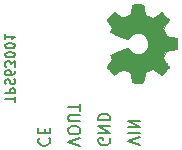
<source format=gbr>
%TF.GenerationSoftware,KiCad,Pcbnew,6.0.11-2627ca5db0~126~ubuntu20.04.1*%
%TF.CreationDate,2023-11-05T14:24:41-05:00*%
%TF.ProjectId,tps63001-slim,74707336-3330-4303-912d-736c696d2e6b,rev?*%
%TF.SameCoordinates,Original*%
%TF.FileFunction,Legend,Bot*%
%TF.FilePolarity,Positive*%
%FSLAX46Y46*%
G04 Gerber Fmt 4.6, Leading zero omitted, Abs format (unit mm)*
G04 Created by KiCad (PCBNEW 6.0.11-2627ca5db0~126~ubuntu20.04.1) date 2023-11-05 14:24:41*
%MOMM*%
%LPD*%
G01*
G04 APERTURE LIST*
%ADD10C,0.150000*%
%ADD11C,0.010000*%
G04 APERTURE END LIST*
D10*
X103629857Y-111642857D02*
X103582238Y-111690476D01*
X103534619Y-111833333D01*
X103534619Y-111928571D01*
X103582238Y-112071428D01*
X103677476Y-112166666D01*
X103772714Y-112214285D01*
X103963190Y-112261904D01*
X104106047Y-112261904D01*
X104296523Y-112214285D01*
X104391761Y-112166666D01*
X104487000Y-112071428D01*
X104534619Y-111928571D01*
X104534619Y-111833333D01*
X104487000Y-111690476D01*
X104439380Y-111642857D01*
X104058428Y-111214285D02*
X104058428Y-110880952D01*
X103534619Y-110738095D02*
X103534619Y-111214285D01*
X104534619Y-111214285D01*
X104534619Y-110738095D01*
X112154619Y-112195238D02*
X111154619Y-111861904D01*
X112154619Y-111528571D01*
X111154619Y-111195238D02*
X112154619Y-111195238D01*
X111154619Y-110719047D02*
X112154619Y-110719047D01*
X111154619Y-110147619D01*
X112154619Y-110147619D01*
X101530095Y-108578285D02*
X101530095Y-108121142D01*
X100730095Y-108349714D02*
X101530095Y-108349714D01*
X100730095Y-107854476D02*
X101530095Y-107854476D01*
X101530095Y-107549714D01*
X101492000Y-107473523D01*
X101453904Y-107435428D01*
X101377714Y-107397333D01*
X101263428Y-107397333D01*
X101187238Y-107435428D01*
X101149142Y-107473523D01*
X101111047Y-107549714D01*
X101111047Y-107854476D01*
X100768190Y-107092571D02*
X100730095Y-106978285D01*
X100730095Y-106787809D01*
X100768190Y-106711619D01*
X100806285Y-106673523D01*
X100882476Y-106635428D01*
X100958666Y-106635428D01*
X101034857Y-106673523D01*
X101072952Y-106711619D01*
X101111047Y-106787809D01*
X101149142Y-106940190D01*
X101187238Y-107016380D01*
X101225333Y-107054476D01*
X101301523Y-107092571D01*
X101377714Y-107092571D01*
X101453904Y-107054476D01*
X101492000Y-107016380D01*
X101530095Y-106940190D01*
X101530095Y-106749714D01*
X101492000Y-106635428D01*
X101530095Y-105949714D02*
X101530095Y-106102095D01*
X101492000Y-106178285D01*
X101453904Y-106216380D01*
X101339619Y-106292571D01*
X101187238Y-106330666D01*
X100882476Y-106330666D01*
X100806285Y-106292571D01*
X100768190Y-106254476D01*
X100730095Y-106178285D01*
X100730095Y-106025904D01*
X100768190Y-105949714D01*
X100806285Y-105911619D01*
X100882476Y-105873523D01*
X101072952Y-105873523D01*
X101149142Y-105911619D01*
X101187238Y-105949714D01*
X101225333Y-106025904D01*
X101225333Y-106178285D01*
X101187238Y-106254476D01*
X101149142Y-106292571D01*
X101072952Y-106330666D01*
X101530095Y-105606857D02*
X101530095Y-105111619D01*
X101225333Y-105378285D01*
X101225333Y-105264000D01*
X101187238Y-105187809D01*
X101149142Y-105149714D01*
X101072952Y-105111619D01*
X100882476Y-105111619D01*
X100806285Y-105149714D01*
X100768190Y-105187809D01*
X100730095Y-105264000D01*
X100730095Y-105492571D01*
X100768190Y-105568761D01*
X100806285Y-105606857D01*
X101530095Y-104616380D02*
X101530095Y-104540190D01*
X101492000Y-104464000D01*
X101453904Y-104425904D01*
X101377714Y-104387809D01*
X101225333Y-104349714D01*
X101034857Y-104349714D01*
X100882476Y-104387809D01*
X100806285Y-104425904D01*
X100768190Y-104464000D01*
X100730095Y-104540190D01*
X100730095Y-104616380D01*
X100768190Y-104692571D01*
X100806285Y-104730666D01*
X100882476Y-104768761D01*
X101034857Y-104806857D01*
X101225333Y-104806857D01*
X101377714Y-104768761D01*
X101453904Y-104730666D01*
X101492000Y-104692571D01*
X101530095Y-104616380D01*
X101530095Y-103854476D02*
X101530095Y-103778285D01*
X101492000Y-103702095D01*
X101453904Y-103664000D01*
X101377714Y-103625904D01*
X101225333Y-103587809D01*
X101034857Y-103587809D01*
X100882476Y-103625904D01*
X100806285Y-103664000D01*
X100768190Y-103702095D01*
X100730095Y-103778285D01*
X100730095Y-103854476D01*
X100768190Y-103930666D01*
X100806285Y-103968761D01*
X100882476Y-104006857D01*
X101034857Y-104044952D01*
X101225333Y-104044952D01*
X101377714Y-104006857D01*
X101453904Y-103968761D01*
X101492000Y-103930666D01*
X101530095Y-103854476D01*
X100730095Y-102825904D02*
X100730095Y-103283047D01*
X100730095Y-103054476D02*
X101530095Y-103054476D01*
X101415809Y-103130666D01*
X101339619Y-103206857D01*
X101301523Y-103283047D01*
X109567000Y-111661904D02*
X109614619Y-111757142D01*
X109614619Y-111900000D01*
X109567000Y-112042857D01*
X109471761Y-112138095D01*
X109376523Y-112185714D01*
X109186047Y-112233333D01*
X109043190Y-112233333D01*
X108852714Y-112185714D01*
X108757476Y-112138095D01*
X108662238Y-112042857D01*
X108614619Y-111900000D01*
X108614619Y-111804761D01*
X108662238Y-111661904D01*
X108709857Y-111614285D01*
X109043190Y-111614285D01*
X109043190Y-111804761D01*
X108614619Y-111185714D02*
X109614619Y-111185714D01*
X108614619Y-110614285D01*
X109614619Y-110614285D01*
X108614619Y-110138095D02*
X109614619Y-110138095D01*
X109614619Y-109900000D01*
X109567000Y-109757142D01*
X109471761Y-109661904D01*
X109376523Y-109614285D01*
X109186047Y-109566666D01*
X109043190Y-109566666D01*
X108852714Y-109614285D01*
X108757476Y-109661904D01*
X108662238Y-109757142D01*
X108614619Y-109900000D01*
X108614619Y-110138095D01*
X107074619Y-112261904D02*
X106074619Y-111928571D01*
X107074619Y-111595238D01*
X107074619Y-111071428D02*
X107074619Y-110880952D01*
X107027000Y-110785714D01*
X106931761Y-110690476D01*
X106741285Y-110642857D01*
X106407952Y-110642857D01*
X106217476Y-110690476D01*
X106122238Y-110785714D01*
X106074619Y-110880952D01*
X106074619Y-111071428D01*
X106122238Y-111166666D01*
X106217476Y-111261904D01*
X106407952Y-111309523D01*
X106741285Y-111309523D01*
X106931761Y-111261904D01*
X107027000Y-111166666D01*
X107074619Y-111071428D01*
X107074619Y-110214285D02*
X106265095Y-110214285D01*
X106169857Y-110166666D01*
X106122238Y-110119047D01*
X106074619Y-110023809D01*
X106074619Y-109833333D01*
X106122238Y-109738095D01*
X106169857Y-109690476D01*
X106265095Y-109642857D01*
X107074619Y-109642857D01*
X107074619Y-109309523D02*
X107074619Y-108738095D01*
X106074619Y-109023809D02*
X107074619Y-109023809D01*
%TO.C,REF\u002A\u002A*%
G36*
X112047713Y-100311782D02*
G01*
X112155974Y-100313636D01*
X112252892Y-100317030D01*
X112332041Y-100321967D01*
X112386994Y-100328452D01*
X112411326Y-100336489D01*
X112414921Y-100344696D01*
X112426252Y-100385519D01*
X112442278Y-100454524D01*
X112461805Y-100546203D01*
X112483638Y-100655050D01*
X112506582Y-100775558D01*
X112518841Y-100841357D01*
X112540099Y-100954135D01*
X112558713Y-101051207D01*
X112573672Y-101127382D01*
X112583964Y-101177469D01*
X112588578Y-101196276D01*
X112589529Y-101196983D01*
X112613690Y-101208961D01*
X112664306Y-101231794D01*
X112734662Y-101262630D01*
X112818042Y-101298613D01*
X112907730Y-101336891D01*
X112997011Y-101374609D01*
X113079168Y-101408913D01*
X113147487Y-101436949D01*
X113195252Y-101455864D01*
X113215746Y-101462803D01*
X113222957Y-101459742D01*
X113257272Y-101439372D01*
X113315030Y-101402422D01*
X113391701Y-101351860D01*
X113482752Y-101290657D01*
X113583650Y-101221781D01*
X113638907Y-101183994D01*
X113735785Y-101118782D01*
X113820807Y-101062871D01*
X113889338Y-101019241D01*
X113936740Y-100990877D01*
X113958377Y-100980759D01*
X113970113Y-100987790D01*
X114005182Y-101017197D01*
X114058255Y-101065441D01*
X114124836Y-101128093D01*
X114200426Y-101200725D01*
X114280528Y-101278908D01*
X114360646Y-101358214D01*
X114436282Y-101434213D01*
X114502938Y-101502478D01*
X114556118Y-101558580D01*
X114591324Y-101598090D01*
X114604058Y-101616579D01*
X114599107Y-101626843D01*
X114576143Y-101664530D01*
X114537062Y-101725348D01*
X114484728Y-101804913D01*
X114422004Y-101898843D01*
X114351754Y-102002754D01*
X114099449Y-102373794D01*
X114226947Y-102683080D01*
X114354445Y-102992365D01*
X114799069Y-103076186D01*
X115243693Y-103160006D01*
X115243693Y-104085454D01*
X114799069Y-104169275D01*
X114354445Y-104253095D01*
X114099449Y-104871667D01*
X114351754Y-105242707D01*
X114401494Y-105316144D01*
X114466782Y-105413499D01*
X114522546Y-105497787D01*
X114565922Y-105564631D01*
X114594047Y-105609654D01*
X114604058Y-105628478D01*
X114596939Y-105640039D01*
X114567106Y-105674596D01*
X114518148Y-105726894D01*
X114454560Y-105792500D01*
X114380837Y-105866983D01*
X114301475Y-105945913D01*
X114220969Y-106024856D01*
X114143815Y-106099384D01*
X114074507Y-106165063D01*
X114017543Y-106217463D01*
X113977416Y-106252153D01*
X113958623Y-106264701D01*
X113950549Y-106261782D01*
X113914531Y-106241571D01*
X113855256Y-106204663D01*
X113777370Y-106154050D01*
X113685519Y-106092725D01*
X113584350Y-106023679D01*
X113529174Y-105985787D01*
X113433116Y-105920606D01*
X113349283Y-105864723D01*
X113282223Y-105821117D01*
X113236481Y-105792769D01*
X113216604Y-105782657D01*
X113215503Y-105782823D01*
X113190306Y-105791743D01*
X113138853Y-105812206D01*
X113067865Y-105841360D01*
X112984065Y-105876353D01*
X112894172Y-105914332D01*
X112804909Y-105952445D01*
X112722997Y-105987839D01*
X112655157Y-106017662D01*
X112608110Y-106039061D01*
X112588578Y-106049184D01*
X112586845Y-106055174D01*
X112579031Y-106091566D01*
X112566085Y-106156427D01*
X112549021Y-106244565D01*
X112528849Y-106350787D01*
X112506582Y-106469902D01*
X112494777Y-106532683D01*
X112472252Y-106647912D01*
X112451450Y-106748662D01*
X112433565Y-106829426D01*
X112419792Y-106884698D01*
X112411326Y-106908971D01*
X112402934Y-106913331D01*
X112361928Y-106920563D01*
X112293632Y-106926246D01*
X112204471Y-106930382D01*
X112100872Y-106932977D01*
X111989260Y-106934036D01*
X111876062Y-106933561D01*
X111767704Y-106931559D01*
X111670611Y-106928033D01*
X111591210Y-106922987D01*
X111535928Y-106916427D01*
X111511190Y-106908356D01*
X111508400Y-106903458D01*
X111496431Y-106866930D01*
X111480595Y-106803565D01*
X111462626Y-106720686D01*
X111444259Y-106625618D01*
X111438409Y-106593542D01*
X111411202Y-106445393D01*
X111389337Y-106328961D01*
X111371907Y-106240209D01*
X111358004Y-106175103D01*
X111346723Y-106129606D01*
X111337157Y-106099682D01*
X111328399Y-106081294D01*
X111319543Y-106070407D01*
X111318057Y-106069142D01*
X111287069Y-106051338D01*
X111230366Y-106024994D01*
X111154601Y-105992661D01*
X111066426Y-105956893D01*
X110972493Y-105920244D01*
X110879453Y-105885266D01*
X110793959Y-105854513D01*
X110722664Y-105830538D01*
X110672218Y-105815895D01*
X110649274Y-105813136D01*
X110646297Y-105814981D01*
X110617507Y-105834075D01*
X110564405Y-105869984D01*
X110491883Y-105919378D01*
X110404833Y-105978927D01*
X110308146Y-106045303D01*
X110281544Y-106063520D01*
X110186125Y-106127577D01*
X110100788Y-106182937D01*
X110030595Y-106226439D01*
X109980606Y-106254924D01*
X109955884Y-106265232D01*
X109949384Y-106263011D01*
X109917356Y-106239858D01*
X109865055Y-106194177D01*
X109796001Y-106129241D01*
X109713714Y-106048319D01*
X109621714Y-105954685D01*
X109570219Y-105901165D01*
X109490017Y-105816542D01*
X109421322Y-105742475D01*
X109367748Y-105682941D01*
X109332915Y-105641917D01*
X109320437Y-105623381D01*
X109325062Y-105610646D01*
X109346943Y-105571436D01*
X109382727Y-105514495D01*
X109427883Y-105447250D01*
X109460835Y-105399438D01*
X109526273Y-105303985D01*
X109595772Y-105202125D01*
X109658925Y-105109088D01*
X109782200Y-104926832D01*
X109699480Y-104773841D01*
X109680387Y-104737817D01*
X109647728Y-104672303D01*
X109625181Y-104621640D01*
X109616774Y-104594564D01*
X109627570Y-104585703D01*
X109668677Y-104563699D01*
X109736451Y-104531199D01*
X109826591Y-104490010D01*
X109934795Y-104441942D01*
X110056763Y-104388802D01*
X110188192Y-104332399D01*
X110324782Y-104274542D01*
X110462233Y-104217038D01*
X110596242Y-104161697D01*
X110722509Y-104110326D01*
X110836732Y-104064735D01*
X110934610Y-104026732D01*
X111011843Y-103998124D01*
X111064129Y-103980721D01*
X111087167Y-103976331D01*
X111087840Y-103976628D01*
X111109137Y-103997077D01*
X111142492Y-104039850D01*
X111180989Y-104096117D01*
X111192744Y-104113877D01*
X111304265Y-104249014D01*
X111437094Y-104360856D01*
X111585702Y-104446755D01*
X111744560Y-104504062D01*
X111908140Y-104530131D01*
X112070912Y-104522313D01*
X112215685Y-104490644D01*
X112361876Y-104433782D01*
X112492297Y-104350888D01*
X112616187Y-104237131D01*
X112655765Y-104192433D01*
X112753277Y-104047935D01*
X112818950Y-103891838D01*
X112853370Y-103728667D01*
X112857126Y-103562943D01*
X112830806Y-103399192D01*
X112774997Y-103241936D01*
X112690286Y-103095698D01*
X112577263Y-102965004D01*
X112436513Y-102854374D01*
X112401658Y-102833105D01*
X112242345Y-102760810D01*
X112076448Y-102722415D01*
X111908263Y-102716914D01*
X111742087Y-102743301D01*
X111582216Y-102800570D01*
X111432947Y-102887717D01*
X111298577Y-103003736D01*
X111183401Y-103147622D01*
X111180298Y-103152294D01*
X111141067Y-103207964D01*
X111107714Y-103249689D01*
X111087167Y-103268746D01*
X111071059Y-103266342D01*
X111024156Y-103251391D01*
X110951461Y-103224881D01*
X110857275Y-103188620D01*
X110745902Y-103144416D01*
X110621642Y-103094076D01*
X110488798Y-103039407D01*
X110351673Y-102982218D01*
X110214568Y-102924316D01*
X110081785Y-102867510D01*
X109957626Y-102813606D01*
X109846394Y-102764412D01*
X109752391Y-102721737D01*
X109679918Y-102687387D01*
X109633278Y-102663171D01*
X109616774Y-102650897D01*
X109619009Y-102640689D01*
X109635074Y-102600586D01*
X109663241Y-102541318D01*
X109699480Y-102471619D01*
X109782200Y-102318629D01*
X109658925Y-102136373D01*
X109622421Y-102082527D01*
X109554216Y-101982374D01*
X109485902Y-101882525D01*
X109427883Y-101798211D01*
X109396264Y-101751679D01*
X109356980Y-101691200D01*
X109330088Y-101646357D01*
X109320117Y-101624455D01*
X109324350Y-101615045D01*
X109350279Y-101581031D01*
X109395930Y-101528595D01*
X109456814Y-101462301D01*
X109528439Y-101386713D01*
X109606317Y-101306396D01*
X109685955Y-101225913D01*
X109762865Y-101149829D01*
X109832555Y-101082707D01*
X109890536Y-101029112D01*
X109932316Y-100993608D01*
X109953407Y-100980759D01*
X109957419Y-100981500D01*
X109990080Y-100996793D01*
X110046588Y-101029462D01*
X110121837Y-101076350D01*
X110210725Y-101134301D01*
X110308146Y-101200157D01*
X110335018Y-101218627D01*
X110429577Y-101283482D01*
X110513173Y-101340609D01*
X110580916Y-101386678D01*
X110627914Y-101418359D01*
X110649274Y-101432324D01*
X110650189Y-101432668D01*
X110676322Y-101428546D01*
X110729260Y-101412807D01*
X110802353Y-101388004D01*
X110888948Y-101356689D01*
X110982392Y-101321417D01*
X111076035Y-101284740D01*
X111163223Y-101249212D01*
X111237305Y-101217386D01*
X111291629Y-101191816D01*
X111319543Y-101175053D01*
X111321276Y-101173374D01*
X111330044Y-101161372D01*
X111338885Y-101141103D01*
X111348708Y-101108529D01*
X111360417Y-101059616D01*
X111374920Y-100990327D01*
X111393124Y-100896625D01*
X111415934Y-100774476D01*
X111444259Y-100619842D01*
X111450220Y-100587770D01*
X111468648Y-100495893D01*
X111486108Y-100418607D01*
X111500867Y-100363236D01*
X111511190Y-100337105D01*
X111519803Y-100332733D01*
X111561174Y-100325445D01*
X111629759Y-100319669D01*
X111719132Y-100315410D01*
X111822865Y-100312673D01*
X111934535Y-100311462D01*
X112047713Y-100311782D01*
G37*
D11*
X112047713Y-100311782D02*
X112155974Y-100313636D01*
X112252892Y-100317030D01*
X112332041Y-100321967D01*
X112386994Y-100328452D01*
X112411326Y-100336489D01*
X112414921Y-100344696D01*
X112426252Y-100385519D01*
X112442278Y-100454524D01*
X112461805Y-100546203D01*
X112483638Y-100655050D01*
X112506582Y-100775558D01*
X112518841Y-100841357D01*
X112540099Y-100954135D01*
X112558713Y-101051207D01*
X112573672Y-101127382D01*
X112583964Y-101177469D01*
X112588578Y-101196276D01*
X112589529Y-101196983D01*
X112613690Y-101208961D01*
X112664306Y-101231794D01*
X112734662Y-101262630D01*
X112818042Y-101298613D01*
X112907730Y-101336891D01*
X112997011Y-101374609D01*
X113079168Y-101408913D01*
X113147487Y-101436949D01*
X113195252Y-101455864D01*
X113215746Y-101462803D01*
X113222957Y-101459742D01*
X113257272Y-101439372D01*
X113315030Y-101402422D01*
X113391701Y-101351860D01*
X113482752Y-101290657D01*
X113583650Y-101221781D01*
X113638907Y-101183994D01*
X113735785Y-101118782D01*
X113820807Y-101062871D01*
X113889338Y-101019241D01*
X113936740Y-100990877D01*
X113958377Y-100980759D01*
X113970113Y-100987790D01*
X114005182Y-101017197D01*
X114058255Y-101065441D01*
X114124836Y-101128093D01*
X114200426Y-101200725D01*
X114280528Y-101278908D01*
X114360646Y-101358214D01*
X114436282Y-101434213D01*
X114502938Y-101502478D01*
X114556118Y-101558580D01*
X114591324Y-101598090D01*
X114604058Y-101616579D01*
X114599107Y-101626843D01*
X114576143Y-101664530D01*
X114537062Y-101725348D01*
X114484728Y-101804913D01*
X114422004Y-101898843D01*
X114351754Y-102002754D01*
X114099449Y-102373794D01*
X114226947Y-102683080D01*
X114354445Y-102992365D01*
X114799069Y-103076186D01*
X115243693Y-103160006D01*
X115243693Y-104085454D01*
X114799069Y-104169275D01*
X114354445Y-104253095D01*
X114099449Y-104871667D01*
X114351754Y-105242707D01*
X114401494Y-105316144D01*
X114466782Y-105413499D01*
X114522546Y-105497787D01*
X114565922Y-105564631D01*
X114594047Y-105609654D01*
X114604058Y-105628478D01*
X114596939Y-105640039D01*
X114567106Y-105674596D01*
X114518148Y-105726894D01*
X114454560Y-105792500D01*
X114380837Y-105866983D01*
X114301475Y-105945913D01*
X114220969Y-106024856D01*
X114143815Y-106099384D01*
X114074507Y-106165063D01*
X114017543Y-106217463D01*
X113977416Y-106252153D01*
X113958623Y-106264701D01*
X113950549Y-106261782D01*
X113914531Y-106241571D01*
X113855256Y-106204663D01*
X113777370Y-106154050D01*
X113685519Y-106092725D01*
X113584350Y-106023679D01*
X113529174Y-105985787D01*
X113433116Y-105920606D01*
X113349283Y-105864723D01*
X113282223Y-105821117D01*
X113236481Y-105792769D01*
X113216604Y-105782657D01*
X113215503Y-105782823D01*
X113190306Y-105791743D01*
X113138853Y-105812206D01*
X113067865Y-105841360D01*
X112984065Y-105876353D01*
X112894172Y-105914332D01*
X112804909Y-105952445D01*
X112722997Y-105987839D01*
X112655157Y-106017662D01*
X112608110Y-106039061D01*
X112588578Y-106049184D01*
X112586845Y-106055174D01*
X112579031Y-106091566D01*
X112566085Y-106156427D01*
X112549021Y-106244565D01*
X112528849Y-106350787D01*
X112506582Y-106469902D01*
X112494777Y-106532683D01*
X112472252Y-106647912D01*
X112451450Y-106748662D01*
X112433565Y-106829426D01*
X112419792Y-106884698D01*
X112411326Y-106908971D01*
X112402934Y-106913331D01*
X112361928Y-106920563D01*
X112293632Y-106926246D01*
X112204471Y-106930382D01*
X112100872Y-106932977D01*
X111989260Y-106934036D01*
X111876062Y-106933561D01*
X111767704Y-106931559D01*
X111670611Y-106928033D01*
X111591210Y-106922987D01*
X111535928Y-106916427D01*
X111511190Y-106908356D01*
X111508400Y-106903458D01*
X111496431Y-106866930D01*
X111480595Y-106803565D01*
X111462626Y-106720686D01*
X111444259Y-106625618D01*
X111438409Y-106593542D01*
X111411202Y-106445393D01*
X111389337Y-106328961D01*
X111371907Y-106240209D01*
X111358004Y-106175103D01*
X111346723Y-106129606D01*
X111337157Y-106099682D01*
X111328399Y-106081294D01*
X111319543Y-106070407D01*
X111318057Y-106069142D01*
X111287069Y-106051338D01*
X111230366Y-106024994D01*
X111154601Y-105992661D01*
X111066426Y-105956893D01*
X110972493Y-105920244D01*
X110879453Y-105885266D01*
X110793959Y-105854513D01*
X110722664Y-105830538D01*
X110672218Y-105815895D01*
X110649274Y-105813136D01*
X110646297Y-105814981D01*
X110617507Y-105834075D01*
X110564405Y-105869984D01*
X110491883Y-105919378D01*
X110404833Y-105978927D01*
X110308146Y-106045303D01*
X110281544Y-106063520D01*
X110186125Y-106127577D01*
X110100788Y-106182937D01*
X110030595Y-106226439D01*
X109980606Y-106254924D01*
X109955884Y-106265232D01*
X109949384Y-106263011D01*
X109917356Y-106239858D01*
X109865055Y-106194177D01*
X109796001Y-106129241D01*
X109713714Y-106048319D01*
X109621714Y-105954685D01*
X109570219Y-105901165D01*
X109490017Y-105816542D01*
X109421322Y-105742475D01*
X109367748Y-105682941D01*
X109332915Y-105641917D01*
X109320437Y-105623381D01*
X109325062Y-105610646D01*
X109346943Y-105571436D01*
X109382727Y-105514495D01*
X109427883Y-105447250D01*
X109460835Y-105399438D01*
X109526273Y-105303985D01*
X109595772Y-105202125D01*
X109658925Y-105109088D01*
X109782200Y-104926832D01*
X109699480Y-104773841D01*
X109680387Y-104737817D01*
X109647728Y-104672303D01*
X109625181Y-104621640D01*
X109616774Y-104594564D01*
X109627570Y-104585703D01*
X109668677Y-104563699D01*
X109736451Y-104531199D01*
X109826591Y-104490010D01*
X109934795Y-104441942D01*
X110056763Y-104388802D01*
X110188192Y-104332399D01*
X110324782Y-104274542D01*
X110462233Y-104217038D01*
X110596242Y-104161697D01*
X110722509Y-104110326D01*
X110836732Y-104064735D01*
X110934610Y-104026732D01*
X111011843Y-103998124D01*
X111064129Y-103980721D01*
X111087167Y-103976331D01*
X111087840Y-103976628D01*
X111109137Y-103997077D01*
X111142492Y-104039850D01*
X111180989Y-104096117D01*
X111192744Y-104113877D01*
X111304265Y-104249014D01*
X111437094Y-104360856D01*
X111585702Y-104446755D01*
X111744560Y-104504062D01*
X111908140Y-104530131D01*
X112070912Y-104522313D01*
X112215685Y-104490644D01*
X112361876Y-104433782D01*
X112492297Y-104350888D01*
X112616187Y-104237131D01*
X112655765Y-104192433D01*
X112753277Y-104047935D01*
X112818950Y-103891838D01*
X112853370Y-103728667D01*
X112857126Y-103562943D01*
X112830806Y-103399192D01*
X112774997Y-103241936D01*
X112690286Y-103095698D01*
X112577263Y-102965004D01*
X112436513Y-102854374D01*
X112401658Y-102833105D01*
X112242345Y-102760810D01*
X112076448Y-102722415D01*
X111908263Y-102716914D01*
X111742087Y-102743301D01*
X111582216Y-102800570D01*
X111432947Y-102887717D01*
X111298577Y-103003736D01*
X111183401Y-103147622D01*
X111180298Y-103152294D01*
X111141067Y-103207964D01*
X111107714Y-103249689D01*
X111087167Y-103268746D01*
X111071059Y-103266342D01*
X111024156Y-103251391D01*
X110951461Y-103224881D01*
X110857275Y-103188620D01*
X110745902Y-103144416D01*
X110621642Y-103094076D01*
X110488798Y-103039407D01*
X110351673Y-102982218D01*
X110214568Y-102924316D01*
X110081785Y-102867510D01*
X109957626Y-102813606D01*
X109846394Y-102764412D01*
X109752391Y-102721737D01*
X109679918Y-102687387D01*
X109633278Y-102663171D01*
X109616774Y-102650897D01*
X109619009Y-102640689D01*
X109635074Y-102600586D01*
X109663241Y-102541318D01*
X109699480Y-102471619D01*
X109782200Y-102318629D01*
X109658925Y-102136373D01*
X109622421Y-102082527D01*
X109554216Y-101982374D01*
X109485902Y-101882525D01*
X109427883Y-101798211D01*
X109396264Y-101751679D01*
X109356980Y-101691200D01*
X109330088Y-101646357D01*
X109320117Y-101624455D01*
X109324350Y-101615045D01*
X109350279Y-101581031D01*
X109395930Y-101528595D01*
X109456814Y-101462301D01*
X109528439Y-101386713D01*
X109606317Y-101306396D01*
X109685955Y-101225913D01*
X109762865Y-101149829D01*
X109832555Y-101082707D01*
X109890536Y-101029112D01*
X109932316Y-100993608D01*
X109953407Y-100980759D01*
X109957419Y-100981500D01*
X109990080Y-100996793D01*
X110046588Y-101029462D01*
X110121837Y-101076350D01*
X110210725Y-101134301D01*
X110308146Y-101200157D01*
X110335018Y-101218627D01*
X110429577Y-101283482D01*
X110513173Y-101340609D01*
X110580916Y-101386678D01*
X110627914Y-101418359D01*
X110649274Y-101432324D01*
X110650189Y-101432668D01*
X110676322Y-101428546D01*
X110729260Y-101412807D01*
X110802353Y-101388004D01*
X110888948Y-101356689D01*
X110982392Y-101321417D01*
X111076035Y-101284740D01*
X111163223Y-101249212D01*
X111237305Y-101217386D01*
X111291629Y-101191816D01*
X111319543Y-101175053D01*
X111321276Y-101173374D01*
X111330044Y-101161372D01*
X111338885Y-101141103D01*
X111348708Y-101108529D01*
X111360417Y-101059616D01*
X111374920Y-100990327D01*
X111393124Y-100896625D01*
X111415934Y-100774476D01*
X111444259Y-100619842D01*
X111450220Y-100587770D01*
X111468648Y-100495893D01*
X111486108Y-100418607D01*
X111500867Y-100363236D01*
X111511190Y-100337105D01*
X111519803Y-100332733D01*
X111561174Y-100325445D01*
X111629759Y-100319669D01*
X111719132Y-100315410D01*
X111822865Y-100312673D01*
X111934535Y-100311462D01*
X112047713Y-100311782D01*
%TD*%
M02*

</source>
